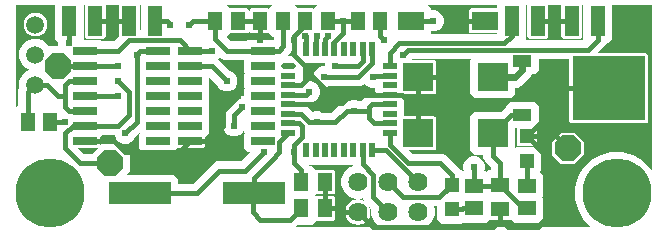
<source format=gtl>
G04 EAGLE Gerber RS-274X export*
G75*
%MOMM*%
%FSLAX34Y34*%
%LPD*%
%INTop Copper*%
%IPPOS*%
%AMOC8*
5,1,8,0,0,1.08239X$1,22.5*%
G01*
%ADD10R,1.600000X1.300000*%
%ADD11R,2.600000X2.400000*%
%ADD12R,1.300000X1.600000*%
%ADD13C,0.550000*%
%ADD14R,1.270000X0.550000*%
%ADD15R,0.550000X1.270000*%
%ADD16R,6.200000X5.400000*%
%ADD17R,1.600000X1.000000*%
%ADD18R,2.032000X0.660400*%
%ADD19C,1.625600*%
%ADD20C,1.500000*%
%ADD21R,1.200000X1.200000*%
%ADD22R,5.334000X1.930400*%
%ADD23R,1.300000X1.500000*%
%ADD24R,1.500000X1.300000*%
%ADD25R,2.300000X1.600000*%
%ADD26R,1.270000X2.540000*%
%ADD27C,5.842000*%
%ADD28P,2.336880X8X22.500000*%
%ADD29C,0.400000*%
%ADD30C,0.604800*%
%ADD31C,0.600000*%

G36*
X494031Y5997D02*
X494031Y5997D01*
X494033Y5997D01*
X494033Y5998D01*
X494034Y6000D01*
X494032Y6002D01*
X494031Y6004D01*
X492734Y6754D01*
X486179Y13309D01*
X481544Y21336D01*
X479145Y30290D01*
X479145Y39560D01*
X481544Y48514D01*
X486179Y56541D01*
X492734Y63096D01*
X500761Y67731D01*
X509715Y70130D01*
X518985Y70130D01*
X527939Y67731D01*
X535966Y63096D01*
X542521Y56541D01*
X543996Y53988D01*
X543998Y53987D01*
X543999Y53985D01*
X544000Y53986D01*
X544002Y53986D01*
X544003Y53988D01*
X544005Y53990D01*
X544005Y194000D01*
X544000Y194005D01*
X544000Y194004D01*
X544000Y194005D01*
X510825Y194005D01*
X510820Y194000D01*
X510821Y194000D01*
X510820Y194000D01*
X510820Y165792D01*
X507308Y162280D01*
X505964Y162280D01*
X505961Y162277D01*
X505960Y162277D01*
X505253Y160571D01*
X498051Y153369D01*
X498050Y153367D01*
X498049Y153366D01*
X498050Y153364D01*
X498050Y153362D01*
X498053Y153362D01*
X498054Y153360D01*
X507595Y153360D01*
X507595Y123830D01*
X474065Y123830D01*
X474065Y148401D01*
X474060Y148406D01*
X474060Y148405D01*
X474060Y148406D01*
X448600Y148406D01*
X448595Y148401D01*
X448596Y148401D01*
X448595Y148401D01*
X448595Y139142D01*
X445083Y135630D01*
X442809Y135630D01*
X442806Y135627D01*
X442804Y135627D01*
X442226Y134230D01*
X436296Y128300D01*
X436296Y128298D01*
X436295Y128298D01*
X436271Y128241D01*
X433734Y125704D01*
X430419Y124331D01*
X428575Y124331D01*
X428570Y124326D01*
X428571Y124326D01*
X428570Y124326D01*
X428570Y118867D01*
X425058Y115355D01*
X394092Y115355D01*
X390580Y118867D01*
X390580Y147833D01*
X391144Y148397D01*
X391144Y148399D01*
X391145Y148400D01*
X391144Y148402D01*
X391144Y148404D01*
X391142Y148404D01*
X391140Y148406D01*
X341486Y148406D01*
X341483Y148403D01*
X341482Y148403D01*
X341270Y147892D01*
X341270Y147891D01*
X341271Y147889D01*
X341272Y147886D01*
X341274Y147886D01*
X341275Y147885D01*
X346070Y147885D01*
X346070Y133350D01*
X346070Y118815D01*
X332571Y118815D01*
X332467Y118858D01*
X332463Y118857D01*
X332461Y118857D01*
X331908Y118304D01*
X331908Y118297D01*
X331908Y118296D01*
X334671Y115533D01*
X334671Y100265D01*
X334676Y100260D01*
X334676Y100261D01*
X334676Y100260D01*
X346070Y100260D01*
X346070Y85725D01*
X346070Y71190D01*
X338466Y71190D01*
X338465Y71189D01*
X338463Y71189D01*
X338463Y71187D01*
X338461Y71185D01*
X338463Y71184D01*
X338463Y71181D01*
X341322Y68322D01*
X341325Y68321D01*
X341326Y68320D01*
X366715Y68320D01*
X369654Y67103D01*
X381428Y55329D01*
X381876Y54248D01*
X381879Y54247D01*
X381880Y54245D01*
X383133Y54245D01*
X383671Y53707D01*
X383678Y53707D01*
X383679Y53707D01*
X383717Y53745D01*
X385341Y53745D01*
X385341Y53746D01*
X385342Y53745D01*
X385343Y53747D01*
X385346Y53750D01*
X385345Y53751D01*
X385345Y53752D01*
X384681Y55356D01*
X384681Y58944D01*
X386054Y62259D01*
X388591Y64796D01*
X391906Y66169D01*
X395494Y66169D01*
X398809Y64796D01*
X401346Y62259D01*
X402719Y58944D01*
X402719Y55356D01*
X402055Y53752D01*
X402055Y53751D01*
X402054Y53751D01*
X402056Y53749D01*
X402057Y53746D01*
X402058Y53746D01*
X402059Y53745D01*
X403683Y53745D01*
X404309Y53119D01*
X404311Y53119D01*
X404312Y53119D01*
X404313Y53119D01*
X404314Y53119D01*
X404316Y53119D01*
X404316Y53120D01*
X404316Y53119D01*
X405442Y54245D01*
X407925Y54245D01*
X407930Y54250D01*
X407929Y54250D01*
X407930Y54250D01*
X407930Y57011D01*
X407928Y57013D01*
X407928Y57015D01*
X402797Y62146D01*
X401580Y65085D01*
X401580Y67725D01*
X401575Y67730D01*
X401575Y67729D01*
X401575Y67730D01*
X394092Y67730D01*
X390580Y71242D01*
X390580Y100208D01*
X394092Y103720D01*
X416261Y103720D01*
X416263Y103722D01*
X416265Y103722D01*
X418096Y105553D01*
X420346Y107803D01*
X420602Y107909D01*
X420603Y107912D01*
X420605Y107913D01*
X420605Y108508D01*
X424117Y112020D01*
X445083Y112020D01*
X448595Y108508D01*
X448595Y93542D01*
X446160Y91107D01*
X446160Y91100D01*
X446299Y90961D01*
X446685Y90029D01*
X446685Y83530D01*
X438150Y83530D01*
X429615Y83530D01*
X429615Y90025D01*
X429610Y90030D01*
X429610Y90029D01*
X429610Y90030D01*
X428575Y90030D01*
X428570Y90025D01*
X428571Y90025D01*
X428570Y90025D01*
X428570Y73436D01*
X428571Y73434D01*
X428571Y73433D01*
X428573Y73432D01*
X428575Y73431D01*
X428576Y73431D01*
X428577Y73432D01*
X428579Y73432D01*
X429667Y74520D01*
X446633Y74520D01*
X450145Y71008D01*
X450145Y54042D01*
X448994Y52891D01*
X448994Y52884D01*
X448995Y52884D01*
X448994Y52884D01*
X451645Y50233D01*
X451645Y32267D01*
X451132Y31754D01*
X451132Y31747D01*
X451132Y31746D01*
X451645Y31233D01*
X451645Y13267D01*
X448133Y9755D01*
X428167Y9755D01*
X424981Y12940D01*
X424979Y12940D01*
X424978Y12942D01*
X424977Y12941D01*
X424976Y12941D01*
X424429Y12715D01*
X415930Y12715D01*
X415930Y21750D01*
X415926Y21755D01*
X415925Y21755D01*
X415925Y21754D01*
X415925Y21755D01*
X415920Y21750D01*
X415920Y12715D01*
X407421Y12715D01*
X406874Y12941D01*
X406873Y12941D01*
X406872Y12942D01*
X406870Y12940D01*
X406869Y12940D01*
X403683Y9755D01*
X383717Y9755D01*
X383679Y9793D01*
X383672Y9793D01*
X383671Y9793D01*
X383133Y9255D01*
X366167Y9255D01*
X362655Y12767D01*
X362655Y23750D01*
X362650Y23755D01*
X362650Y23754D01*
X362650Y23755D01*
X359420Y23755D01*
X359420Y23754D01*
X359419Y23755D01*
X359418Y23753D01*
X359416Y23750D01*
X359416Y23749D01*
X359416Y23748D01*
X360198Y21859D01*
X360198Y16241D01*
X358048Y11050D01*
X354075Y7077D01*
X351487Y6005D01*
X351486Y6002D01*
X351484Y6001D01*
X351484Y6000D01*
X351484Y5999D01*
X351487Y5997D01*
X351489Y5995D01*
X494029Y5995D01*
X494031Y5997D01*
G37*
G36*
X155438Y42922D02*
X155438Y42922D01*
X155440Y42922D01*
X173271Y60753D01*
X176210Y61970D01*
X196711Y61970D01*
X196713Y61972D01*
X196715Y61972D01*
X204812Y70069D01*
X204813Y70071D01*
X204813Y70072D01*
X204814Y70072D01*
X204813Y70074D01*
X204813Y70076D01*
X204810Y70076D01*
X204809Y70078D01*
X202241Y70078D01*
X198729Y73590D01*
X198729Y85160D01*
X199290Y85721D01*
X199290Y85723D01*
X199290Y85728D01*
X199290Y85729D01*
X198729Y86290D01*
X198729Y88348D01*
X198727Y88350D01*
X198726Y88352D01*
X198725Y88352D01*
X198724Y88353D01*
X198724Y88352D01*
X198722Y88351D01*
X198719Y88350D01*
X198146Y86966D01*
X195609Y84429D01*
X192294Y83056D01*
X188706Y83056D01*
X185391Y84429D01*
X182854Y86966D01*
X181481Y90281D01*
X181481Y93869D01*
X182504Y96340D01*
X182504Y96341D01*
X182505Y96341D01*
X182504Y96342D01*
X182505Y96342D01*
X182505Y103190D01*
X183722Y106129D01*
X188179Y110586D01*
X188179Y110587D01*
X188180Y110588D01*
X189204Y113059D01*
X191741Y115596D01*
X195056Y116969D01*
X198644Y116969D01*
X198722Y116937D01*
X198723Y116937D01*
X198725Y116938D01*
X198728Y116939D01*
X198728Y116940D01*
X198729Y116942D01*
X198729Y123260D01*
X199290Y123821D01*
X199290Y123823D01*
X199291Y123823D01*
X199290Y123824D01*
X199290Y123828D01*
X199290Y123829D01*
X198729Y124390D01*
X198729Y135960D01*
X199290Y136521D01*
X199290Y136523D01*
X199291Y136524D01*
X199290Y136524D01*
X199290Y136528D01*
X199290Y136529D01*
X198729Y137090D01*
X198729Y147575D01*
X198724Y147580D01*
X198724Y147579D01*
X198724Y147580D01*
X182560Y147580D01*
X179621Y148797D01*
X178528Y149891D01*
X178521Y149891D01*
X178521Y149890D01*
X178521Y149891D01*
X177134Y148504D01*
X177134Y148498D01*
X177135Y148498D01*
X177134Y148497D01*
X186786Y138846D01*
X186787Y138846D01*
X186788Y138845D01*
X189259Y137821D01*
X191796Y135284D01*
X193169Y131969D01*
X193169Y128381D01*
X191796Y125066D01*
X189259Y122529D01*
X185944Y121156D01*
X182356Y121156D01*
X179041Y122529D01*
X176504Y125066D01*
X175480Y127537D01*
X175479Y127538D01*
X175479Y127539D01*
X169580Y133438D01*
X169578Y133439D01*
X169577Y133440D01*
X169575Y133439D01*
X169573Y133439D01*
X169573Y133436D01*
X169571Y133435D01*
X169571Y124390D01*
X169010Y123829D01*
X169010Y123825D01*
X169009Y123825D01*
X169010Y123824D01*
X169010Y123822D01*
X169010Y123821D01*
X169571Y123260D01*
X169571Y111690D01*
X169010Y111129D01*
X169010Y111125D01*
X169010Y111124D01*
X169010Y111122D01*
X169010Y111121D01*
X169571Y110560D01*
X169571Y98990D01*
X169010Y98429D01*
X169010Y98422D01*
X169010Y98421D01*
X169571Y97860D01*
X169571Y86290D01*
X166113Y82831D01*
X166112Y82829D01*
X166111Y82828D01*
X166111Y79380D01*
X153416Y79380D01*
X153411Y79376D01*
X153411Y79375D01*
X153411Y73538D01*
X142752Y73538D01*
X142146Y73789D01*
X142145Y73788D01*
X142145Y73789D01*
X142144Y73789D01*
X142143Y73788D01*
X142140Y73787D01*
X142140Y73785D01*
X142139Y73784D01*
X142139Y73590D01*
X138627Y70078D01*
X113341Y70078D01*
X109829Y73590D01*
X109829Y85160D01*
X110390Y85721D01*
X110390Y85723D01*
X110390Y85728D01*
X110390Y85729D01*
X110066Y86052D01*
X110060Y86053D01*
X110060Y86052D01*
X110059Y86052D01*
X107096Y83089D01*
X107096Y83088D01*
X107095Y83087D01*
X106071Y80616D01*
X103534Y78079D01*
X100219Y76706D01*
X96631Y76706D01*
X93316Y78079D01*
X90779Y80616D01*
X89406Y83931D01*
X89406Y84075D01*
X89401Y84080D01*
X89401Y84079D01*
X89401Y84080D01*
X78463Y84080D01*
X78462Y84078D01*
X78460Y84078D01*
X77213Y82831D01*
X77212Y82829D01*
X77211Y82828D01*
X77211Y79380D01*
X64516Y79380D01*
X64511Y79376D01*
X64511Y79375D01*
X64511Y73538D01*
X58431Y73538D01*
X58430Y73537D01*
X58428Y73537D01*
X58428Y73535D01*
X58426Y73533D01*
X58428Y73532D01*
X58428Y73529D01*
X63635Y68322D01*
X63638Y68321D01*
X63639Y68320D01*
X69973Y68320D01*
X69975Y68322D01*
X69977Y68322D01*
X75184Y73529D01*
X75185Y73531D01*
X75186Y73532D01*
X75185Y73534D01*
X75185Y73536D01*
X75182Y73536D01*
X75181Y73538D01*
X64521Y73538D01*
X64521Y79370D01*
X77211Y79370D01*
X77211Y75568D01*
X77212Y75567D01*
X77212Y75565D01*
X77214Y75565D01*
X77216Y75563D01*
X77217Y75565D01*
X77220Y75565D01*
X78770Y77115D01*
X92680Y77115D01*
X102515Y67280D01*
X102515Y53370D01*
X99726Y50581D01*
X99725Y50579D01*
X99724Y50578D01*
X99725Y50576D01*
X99725Y50574D01*
X99728Y50574D01*
X99729Y50572D01*
X139643Y50572D01*
X143155Y47060D01*
X143155Y42925D01*
X143160Y42920D01*
X143160Y42921D01*
X143160Y42920D01*
X155436Y42920D01*
X155438Y42922D01*
G37*
G36*
X315263Y5997D02*
X315263Y5997D01*
X315266Y5998D01*
X315265Y5999D01*
X315266Y6000D01*
X315264Y6002D01*
X315263Y6005D01*
X312675Y7077D01*
X308702Y11050D01*
X306552Y16241D01*
X306552Y21859D01*
X306553Y21861D01*
X306551Y21865D01*
X306552Y21867D01*
X305057Y23361D01*
X305054Y23362D01*
X305051Y23363D01*
X305051Y23362D01*
X305050Y23362D01*
X305050Y23359D01*
X305049Y23356D01*
X305157Y23143D01*
X305676Y21547D01*
X305938Y19889D01*
X305938Y19055D01*
X295280Y19055D01*
X295280Y29713D01*
X296114Y29713D01*
X297772Y29451D01*
X299368Y28932D01*
X300776Y28215D01*
X300778Y28215D01*
X300780Y28214D01*
X300780Y28216D01*
X300782Y28216D01*
X300782Y28219D01*
X300783Y28220D01*
X300782Y28220D01*
X300783Y28221D01*
X299980Y30160D01*
X299980Y31105D01*
X299979Y31105D01*
X299980Y31106D01*
X299978Y31107D01*
X299975Y31109D01*
X299974Y31108D01*
X299973Y31109D01*
X298084Y30327D01*
X292466Y30327D01*
X287275Y32477D01*
X283302Y36450D01*
X281152Y41641D01*
X281152Y47259D01*
X283302Y52450D01*
X287275Y56423D01*
X291402Y58132D01*
X291403Y58135D01*
X291405Y58137D01*
X291405Y59024D01*
X291400Y59029D01*
X291400Y59028D01*
X291400Y59029D01*
X253915Y59029D01*
X253914Y59028D01*
X253912Y59028D01*
X253912Y59026D01*
X253910Y59024D01*
X253912Y59023D01*
X253912Y59020D01*
X253953Y58979D01*
X254173Y58448D01*
X254176Y58447D01*
X254177Y58445D01*
X256158Y58445D01*
X259670Y54933D01*
X259670Y54785D01*
X259671Y54785D01*
X259670Y54784D01*
X259672Y54783D01*
X259675Y54780D01*
X259676Y54781D01*
X259677Y54781D01*
X260171Y54985D01*
X267170Y54985D01*
X267170Y44450D01*
X267170Y33915D01*
X260171Y33915D01*
X259677Y34119D01*
X259676Y34119D01*
X259676Y34120D01*
X259674Y34118D01*
X259671Y34117D01*
X259671Y34116D01*
X259670Y34115D01*
X259670Y33967D01*
X259044Y33341D01*
X259044Y33339D01*
X259044Y33338D01*
X259044Y33334D01*
X259045Y33334D01*
X259044Y33334D01*
X259670Y32708D01*
X259670Y32560D01*
X259671Y32560D01*
X259670Y32559D01*
X259672Y32558D01*
X259675Y32555D01*
X259676Y32556D01*
X259677Y32556D01*
X260171Y32760D01*
X267170Y32760D01*
X267170Y22225D01*
X267170Y11690D01*
X260171Y11690D01*
X259677Y11894D01*
X259676Y11894D01*
X259676Y11895D01*
X259674Y11893D01*
X259671Y11892D01*
X259671Y11891D01*
X259670Y11890D01*
X259670Y11742D01*
X256158Y8230D01*
X244489Y8230D01*
X244487Y8228D01*
X244485Y8228D01*
X242261Y6004D01*
X242260Y6002D01*
X242259Y6001D01*
X242260Y5999D01*
X242260Y5997D01*
X242263Y5997D01*
X242264Y5995D01*
X315261Y5995D01*
X315263Y5997D01*
G37*
G36*
X6001Y107832D02*
X6001Y107832D01*
X6004Y107832D01*
X6917Y108745D01*
X7900Y108745D01*
X7905Y108750D01*
X7904Y108750D01*
X7905Y108750D01*
X7905Y122265D01*
X8741Y124284D01*
X8741Y124285D01*
X8741Y124286D01*
X8740Y124287D01*
X8741Y124288D01*
X8730Y124316D01*
X8730Y129684D01*
X10784Y134644D01*
X14581Y138441D01*
X17610Y139695D01*
X17611Y139697D01*
X17612Y139698D01*
X17612Y139699D01*
X17613Y139701D01*
X17611Y139702D01*
X17610Y139705D01*
X14581Y140959D01*
X10784Y144756D01*
X8730Y149716D01*
X8730Y155084D01*
X10784Y160044D01*
X14581Y163841D01*
X19541Y165895D01*
X24909Y165895D01*
X29869Y163841D01*
X33666Y160044D01*
X33966Y159320D01*
X33966Y159319D01*
X33968Y159319D01*
X33972Y159317D01*
X33972Y159319D01*
X33974Y159319D01*
X34320Y159665D01*
X41966Y159665D01*
X41967Y159666D01*
X41968Y159665D01*
X41968Y159667D01*
X41971Y159670D01*
X41970Y159671D01*
X41971Y159672D01*
X41781Y160131D01*
X41781Y162464D01*
X41779Y162465D01*
X41779Y162467D01*
X38455Y165792D01*
X38455Y194000D01*
X38450Y194005D01*
X38450Y194004D01*
X38450Y194005D01*
X6000Y194005D01*
X5995Y194000D01*
X5996Y194000D01*
X5995Y194000D01*
X5995Y107836D01*
X5996Y107834D01*
X5996Y107833D01*
X5998Y107832D01*
X6000Y107831D01*
X6001Y107832D01*
G37*
%LPC*%
G36*
X507605Y123830D02*
X507605Y123830D01*
X507605Y153360D01*
X539104Y153360D01*
X540036Y152974D01*
X540749Y152261D01*
X541135Y151329D01*
X541135Y123830D01*
X507605Y123830D01*
G37*
%LPD*%
%LPC*%
G36*
X507605Y94290D02*
X507605Y94290D01*
X507605Y123820D01*
X541135Y123820D01*
X541135Y96321D01*
X540749Y95389D01*
X540036Y94676D01*
X539104Y94290D01*
X507605Y94290D01*
G37*
%LPD*%
%LPC*%
G36*
X476096Y94290D02*
X476096Y94290D01*
X475164Y94676D01*
X474451Y95389D01*
X474065Y96321D01*
X474065Y123820D01*
X507595Y123820D01*
X507595Y94290D01*
X476096Y94290D01*
G37*
%LPD*%
G36*
X413105Y169925D02*
X413105Y169925D01*
X413104Y169925D01*
X413105Y169925D01*
X413105Y170435D01*
X413100Y170440D01*
X413100Y170439D01*
X413100Y170440D01*
X402980Y170440D01*
X402980Y180975D01*
X402980Y191510D01*
X413100Y191510D01*
X413105Y191515D01*
X413104Y191515D01*
X413105Y191515D01*
X413105Y194000D01*
X413100Y194005D01*
X413100Y194004D01*
X413100Y194005D01*
X354936Y194005D01*
X354934Y194004D01*
X354933Y194004D01*
X354932Y194002D01*
X354931Y194000D01*
X354932Y193999D01*
X354932Y193996D01*
X357470Y191458D01*
X357470Y189999D01*
X357475Y189994D01*
X357475Y189995D01*
X357475Y189994D01*
X360569Y189994D01*
X363884Y188621D01*
X366421Y186084D01*
X367794Y182769D01*
X367794Y179181D01*
X366421Y175866D01*
X363884Y173329D01*
X360569Y171956D01*
X357475Y171956D01*
X357470Y171951D01*
X357471Y171951D01*
X357470Y171951D01*
X357470Y170492D01*
X356907Y169929D01*
X356907Y169927D01*
X356906Y169926D01*
X356907Y169924D01*
X356907Y169922D01*
X356909Y169922D01*
X356911Y169920D01*
X413100Y169920D01*
X413105Y169925D01*
G37*
G36*
X486464Y164398D02*
X486464Y164398D01*
X486466Y164398D01*
X486991Y164923D01*
X486991Y164925D01*
X486992Y164925D01*
X486991Y164925D01*
X486992Y164930D01*
X486991Y164930D01*
X486130Y165792D01*
X486130Y194000D01*
X486125Y194005D01*
X486125Y194004D01*
X486125Y194005D01*
X485140Y194005D01*
X485135Y194000D01*
X485136Y194000D01*
X485135Y194000D01*
X485135Y180980D01*
X476250Y180980D01*
X467365Y180980D01*
X467365Y194000D01*
X467360Y194005D01*
X467360Y194004D01*
X467360Y194005D01*
X456565Y194005D01*
X456560Y194000D01*
X456561Y194000D01*
X456560Y194000D01*
X456560Y180980D01*
X447675Y180980D01*
X438790Y180980D01*
X438790Y194000D01*
X438785Y194005D01*
X438785Y194004D01*
X438785Y194005D01*
X437800Y194005D01*
X437795Y194000D01*
X437796Y194000D01*
X437795Y194000D01*
X437795Y165792D01*
X436408Y164405D01*
X436408Y164403D01*
X436407Y164402D01*
X436408Y164400D01*
X436408Y164398D01*
X436410Y164398D01*
X436412Y164396D01*
X486462Y164396D01*
X486464Y164398D01*
G37*
G36*
X272913Y103247D02*
X272913Y103247D01*
X272915Y103247D01*
X278971Y109303D01*
X281221Y111553D01*
X284160Y112770D01*
X287833Y112770D01*
X287834Y112771D01*
X287835Y112771D01*
X290306Y113794D01*
X293894Y113794D01*
X296365Y112771D01*
X296367Y112771D01*
X296367Y112770D01*
X298311Y112770D01*
X298313Y112772D01*
X298315Y112772D01*
X302621Y117078D01*
X305560Y118295D01*
X312740Y118295D01*
X312742Y118296D01*
X312743Y118296D01*
X312744Y118298D01*
X312745Y118300D01*
X312744Y118301D01*
X312744Y118304D01*
X309981Y121067D01*
X309981Y124411D01*
X309980Y124412D01*
X309981Y124412D01*
X309979Y124413D01*
X309976Y124416D01*
X309976Y124415D01*
X309974Y124415D01*
X309974Y124416D01*
X309769Y124331D01*
X306181Y124331D01*
X302866Y125704D01*
X300904Y127666D01*
X300898Y127666D01*
X300898Y127665D01*
X300897Y127666D01*
X299804Y126572D01*
X296865Y125355D01*
X270967Y125355D01*
X270966Y125355D01*
X270966Y125354D01*
X270965Y125354D01*
X268494Y124331D01*
X264906Y124331D01*
X261696Y125660D01*
X261695Y125660D01*
X261693Y125661D01*
X261692Y125659D01*
X261690Y125658D01*
X261691Y125656D01*
X261690Y125654D01*
X263019Y122444D01*
X263019Y118856D01*
X261646Y115541D01*
X259109Y113004D01*
X256638Y111980D01*
X256637Y111979D01*
X256636Y111979D01*
X256179Y111522D01*
X253240Y110305D01*
X248542Y110305D01*
X248540Y110303D01*
X248538Y110302D01*
X248538Y110301D01*
X248537Y110300D01*
X248539Y110298D01*
X248540Y110295D01*
X251479Y109078D01*
X256950Y103607D01*
X256952Y103607D01*
X256953Y103606D01*
X256955Y103606D01*
X258556Y104269D01*
X262144Y104269D01*
X264615Y103246D01*
X264616Y103246D01*
X264617Y103245D01*
X272911Y103245D01*
X272913Y103247D01*
G37*
G36*
X200938Y163572D02*
X200938Y163572D01*
X200940Y163572D01*
X202241Y164872D01*
X224250Y164872D01*
X224255Y164877D01*
X224254Y164877D01*
X224255Y164877D01*
X224255Y166975D01*
X224250Y166980D01*
X224250Y166979D01*
X224250Y166980D01*
X223267Y166980D01*
X219755Y170492D01*
X219755Y170640D01*
X219754Y170640D01*
X219755Y170641D01*
X219753Y170642D01*
X219750Y170645D01*
X219750Y170644D01*
X219750Y170645D01*
X219749Y170644D01*
X219748Y170644D01*
X219254Y170440D01*
X212255Y170440D01*
X212255Y180975D01*
X212255Y191510D01*
X219254Y191510D01*
X219748Y191306D01*
X219749Y191306D01*
X219749Y191305D01*
X219751Y191307D01*
X219754Y191308D01*
X219754Y191309D01*
X219755Y191310D01*
X219755Y191458D01*
X222293Y193996D01*
X222293Y193998D01*
X222294Y193999D01*
X222293Y194001D01*
X222293Y194003D01*
X222291Y194003D01*
X222289Y194005D01*
X184111Y194005D01*
X184109Y194004D01*
X184108Y194004D01*
X184107Y194002D01*
X184106Y194000D01*
X184107Y193999D01*
X184107Y193996D01*
X186645Y191458D01*
X186645Y191310D01*
X186646Y191310D01*
X186645Y191309D01*
X186647Y191308D01*
X186650Y191305D01*
X186651Y191306D01*
X186652Y191306D01*
X187146Y191510D01*
X194145Y191510D01*
X194145Y180975D01*
X194145Y170440D01*
X187146Y170440D01*
X186652Y170644D01*
X186651Y170644D01*
X186651Y170645D01*
X186650Y170644D01*
X186650Y170645D01*
X186648Y170643D01*
X186646Y170642D01*
X186646Y170641D01*
X186645Y170640D01*
X186646Y170640D01*
X186645Y170640D01*
X186645Y170492D01*
X183596Y167443D01*
X183596Y167441D01*
X183595Y167440D01*
X183596Y167440D01*
X183596Y167436D01*
X187460Y163572D01*
X187463Y163571D01*
X187464Y163570D01*
X200937Y163570D01*
X200938Y163572D01*
G37*
G36*
X88763Y163572D02*
X88763Y163572D01*
X88765Y163572D01*
X92785Y167592D01*
X92786Y167596D01*
X92786Y167598D01*
X92715Y167771D01*
X92715Y180970D01*
X101600Y180970D01*
X110485Y180970D01*
X110485Y172751D01*
X110490Y172746D01*
X110490Y172747D01*
X110490Y172746D01*
X111475Y172746D01*
X111480Y172751D01*
X111480Y194000D01*
X111475Y194005D01*
X111475Y194004D01*
X111475Y194005D01*
X110490Y194005D01*
X110485Y194000D01*
X110486Y194000D01*
X110485Y194000D01*
X110485Y180980D01*
X101600Y180980D01*
X92715Y180980D01*
X92715Y194000D01*
X92710Y194005D01*
X92710Y194004D01*
X92710Y194005D01*
X81915Y194005D01*
X81910Y194000D01*
X81911Y194000D01*
X81910Y194000D01*
X81910Y180980D01*
X73025Y180980D01*
X64140Y180980D01*
X64140Y194000D01*
X64135Y194005D01*
X64135Y194004D01*
X64135Y194005D01*
X63150Y194005D01*
X63145Y194000D01*
X63146Y194000D01*
X63145Y194000D01*
X63145Y165792D01*
X62234Y164881D01*
X62234Y164879D01*
X62233Y164878D01*
X62234Y164876D01*
X62234Y164874D01*
X62236Y164874D01*
X62238Y164872D01*
X77159Y164872D01*
X78460Y163572D01*
X78462Y163571D01*
X78463Y163570D01*
X88761Y163570D01*
X88763Y163572D01*
G37*
%LPC*%
G36*
X346080Y85730D02*
X346080Y85730D01*
X346080Y100260D01*
X359579Y100260D01*
X360511Y99874D01*
X361224Y99161D01*
X361610Y98229D01*
X361610Y85730D01*
X346080Y85730D01*
G37*
%LPD*%
%LPC*%
G36*
X346080Y133355D02*
X346080Y133355D01*
X346080Y147885D01*
X359579Y147885D01*
X360511Y147499D01*
X361224Y146786D01*
X361610Y145854D01*
X361610Y133355D01*
X346080Y133355D01*
G37*
%LPD*%
%LPC*%
G36*
X346080Y71190D02*
X346080Y71190D01*
X346080Y85720D01*
X361610Y85720D01*
X361610Y73221D01*
X361224Y72289D01*
X360511Y71576D01*
X359579Y71190D01*
X346080Y71190D01*
G37*
%LPD*%
%LPC*%
G36*
X346080Y118815D02*
X346080Y118815D01*
X346080Y133345D01*
X361610Y133345D01*
X361610Y120846D01*
X361224Y119914D01*
X360511Y119201D01*
X359579Y118815D01*
X346080Y118815D01*
G37*
%LPD*%
G36*
X246890Y126297D02*
X246890Y126297D01*
X246892Y126297D01*
X248891Y128296D01*
X252206Y129669D01*
X255794Y129669D01*
X259004Y128340D01*
X259005Y128340D01*
X259007Y128339D01*
X259008Y128341D01*
X259010Y128342D01*
X259009Y128344D01*
X259010Y128345D01*
X259010Y128346D01*
X257681Y131556D01*
X257681Y135144D01*
X259054Y138459D01*
X261591Y140996D01*
X264906Y142369D01*
X267201Y142369D01*
X267206Y142374D01*
X267205Y142374D01*
X267206Y142374D01*
X267206Y144669D01*
X267291Y144874D01*
X267290Y144875D01*
X267291Y144875D01*
X267290Y144877D01*
X267289Y144880D01*
X267287Y144880D01*
X267286Y144881D01*
X248478Y144881D01*
X248478Y144880D01*
X248477Y144881D01*
X248476Y144879D01*
X248473Y144876D01*
X248474Y144875D01*
X248474Y144874D01*
X248819Y144040D01*
X248819Y140560D01*
X248520Y139837D01*
X248521Y139834D01*
X248521Y139832D01*
X248819Y139533D01*
X248819Y129067D01*
X246056Y126304D01*
X246056Y126302D01*
X246055Y126301D01*
X246056Y126299D01*
X246056Y126297D01*
X246058Y126297D01*
X246060Y126295D01*
X246888Y126295D01*
X246890Y126297D01*
G37*
%LPC*%
G36*
X473080Y73030D02*
X473080Y73030D01*
X473080Y86355D01*
X478597Y86355D01*
X486405Y78547D01*
X486405Y73030D01*
X473080Y73030D01*
G37*
%LPD*%
%LPC*%
G36*
X473080Y59695D02*
X473080Y59695D01*
X473080Y73020D01*
X486405Y73020D01*
X486405Y67503D01*
X478597Y59695D01*
X473080Y59695D01*
G37*
%LPD*%
%LPC*%
G36*
X459745Y73030D02*
X459745Y73030D01*
X459745Y78547D01*
X467553Y86355D01*
X473070Y86355D01*
X473070Y73030D01*
X459745Y73030D01*
G37*
%LPD*%
%LPC*%
G36*
X467553Y59695D02*
X467553Y59695D01*
X459745Y67503D01*
X459745Y73020D01*
X473070Y73020D01*
X473070Y59695D01*
X467553Y59695D01*
G37*
%LPD*%
%LPC*%
G36*
X388940Y180980D02*
X388940Y180980D01*
X388940Y189479D01*
X389326Y190411D01*
X390039Y191124D01*
X390971Y191510D01*
X402970Y191510D01*
X402970Y180980D01*
X388940Y180980D01*
G37*
%LPD*%
%LPC*%
G36*
X390971Y170440D02*
X390971Y170440D01*
X390039Y170826D01*
X389326Y171539D01*
X388940Y172471D01*
X388940Y180970D01*
X402970Y180970D01*
X402970Y170440D01*
X390971Y170440D01*
G37*
%LPD*%
%LPC*%
G36*
X447680Y165740D02*
X447680Y165740D01*
X447680Y180970D01*
X456560Y180970D01*
X456560Y167771D01*
X456174Y166839D01*
X455461Y166126D01*
X454529Y165740D01*
X447680Y165740D01*
G37*
%LPD*%
%LPC*%
G36*
X73030Y165740D02*
X73030Y165740D01*
X73030Y180970D01*
X81910Y180970D01*
X81910Y167771D01*
X81524Y166839D01*
X80811Y166126D01*
X79879Y165740D01*
X73030Y165740D01*
G37*
%LPD*%
%LPC*%
G36*
X476255Y165740D02*
X476255Y165740D01*
X476255Y180970D01*
X485135Y180970D01*
X485135Y167771D01*
X484749Y166839D01*
X484036Y166126D01*
X483104Y165740D01*
X476255Y165740D01*
G37*
%LPD*%
%LPC*%
G36*
X66171Y165740D02*
X66171Y165740D01*
X65239Y166126D01*
X64526Y166839D01*
X64140Y167771D01*
X64140Y180970D01*
X73020Y180970D01*
X73020Y165740D01*
X66171Y165740D01*
G37*
%LPD*%
%LPC*%
G36*
X469396Y165740D02*
X469396Y165740D01*
X468464Y166126D01*
X467751Y166839D01*
X467365Y167771D01*
X467365Y180970D01*
X476245Y180970D01*
X476245Y165740D01*
X469396Y165740D01*
G37*
%LPD*%
%LPC*%
G36*
X440821Y165740D02*
X440821Y165740D01*
X439889Y166126D01*
X439176Y166839D01*
X438790Y167771D01*
X438790Y180970D01*
X447670Y180970D01*
X447670Y165740D01*
X440821Y165740D01*
G37*
%LPD*%
%LPC*%
G36*
X267180Y22230D02*
X267180Y22230D01*
X267180Y32760D01*
X274179Y32760D01*
X275111Y32374D01*
X275824Y31661D01*
X276210Y30729D01*
X276210Y22230D01*
X267180Y22230D01*
G37*
%LPD*%
%LPC*%
G36*
X194155Y180980D02*
X194155Y180980D01*
X194155Y191510D01*
X201154Y191510D01*
X202086Y191124D01*
X202799Y190411D01*
X203185Y189479D01*
X203185Y180980D01*
X194155Y180980D01*
G37*
%LPD*%
%LPC*%
G36*
X267180Y44455D02*
X267180Y44455D01*
X267180Y54985D01*
X274179Y54985D01*
X275111Y54599D01*
X275824Y53886D01*
X276210Y52954D01*
X276210Y44455D01*
X267180Y44455D01*
G37*
%LPD*%
%LPC*%
G36*
X267180Y33915D02*
X267180Y33915D01*
X267180Y44445D01*
X276210Y44445D01*
X276210Y35946D01*
X275824Y35014D01*
X275111Y34301D01*
X274179Y33915D01*
X267180Y33915D01*
G37*
%LPD*%
%LPC*%
G36*
X194155Y170440D02*
X194155Y170440D01*
X194155Y180970D01*
X203185Y180970D01*
X203185Y172471D01*
X202799Y171539D01*
X202086Y170826D01*
X201154Y170440D01*
X194155Y170440D01*
G37*
%LPD*%
%LPC*%
G36*
X267180Y11690D02*
X267180Y11690D01*
X267180Y22220D01*
X276210Y22220D01*
X276210Y13721D01*
X275824Y12789D01*
X275111Y12076D01*
X274179Y11690D01*
X267180Y11690D01*
G37*
%LPD*%
%LPC*%
G36*
X203215Y180980D02*
X203215Y180980D01*
X203215Y189479D01*
X203601Y190411D01*
X204314Y191124D01*
X205246Y191510D01*
X212245Y191510D01*
X212245Y180980D01*
X203215Y180980D01*
G37*
%LPD*%
%LPC*%
G36*
X205246Y170440D02*
X205246Y170440D01*
X204314Y170826D01*
X203601Y171539D01*
X203215Y172471D01*
X203215Y180970D01*
X212245Y180970D01*
X212245Y170440D01*
X205246Y170440D01*
G37*
%LPD*%
%LPC*%
G36*
X284612Y19055D02*
X284612Y19055D01*
X284612Y19889D01*
X284874Y21547D01*
X285393Y23143D01*
X286155Y24639D01*
X287142Y25997D01*
X288328Y27183D01*
X289686Y28170D01*
X291182Y28932D01*
X292778Y29451D01*
X294436Y29713D01*
X295270Y29713D01*
X295270Y19055D01*
X284612Y19055D01*
G37*
%LPD*%
%LPC*%
G36*
X294436Y8387D02*
X294436Y8387D01*
X292778Y8649D01*
X291182Y9168D01*
X289686Y9930D01*
X288328Y10917D01*
X287142Y12103D01*
X286155Y13461D01*
X285393Y14957D01*
X284874Y16553D01*
X284612Y18211D01*
X284612Y19045D01*
X295270Y19045D01*
X295270Y8387D01*
X294436Y8387D01*
G37*
%LPD*%
%LPC*%
G36*
X295280Y8387D02*
X295280Y8387D01*
X295280Y19045D01*
X305938Y19045D01*
X305938Y18211D01*
X305676Y16553D01*
X305157Y14957D01*
X304395Y13461D01*
X303408Y12103D01*
X302222Y10917D01*
X300864Y9930D01*
X299368Y9168D01*
X297772Y8649D01*
X296114Y8387D01*
X295280Y8387D01*
G37*
%LPD*%
%LPC*%
G36*
X12190Y177805D02*
X12190Y177805D01*
X12190Y178788D01*
X12192Y178798D01*
X12195Y178813D01*
X12198Y178828D01*
X12200Y178837D01*
X12203Y178852D01*
X12205Y178867D01*
X12206Y178867D01*
X12205Y178867D01*
X12210Y178892D01*
X12213Y178907D01*
X12218Y178932D01*
X12221Y178947D01*
X12226Y178972D01*
X12229Y178987D01*
X12232Y179001D01*
X12234Y179011D01*
X12237Y179026D01*
X12240Y179041D01*
X12242Y179051D01*
X12245Y179066D01*
X12248Y179081D01*
X12253Y179106D01*
X12256Y179121D01*
X12261Y179146D01*
X12264Y179160D01*
X12269Y179185D01*
X12272Y179200D01*
X12275Y179215D01*
X12277Y179225D01*
X12280Y179240D01*
X12283Y179255D01*
X12285Y179265D01*
X12288Y179280D01*
X12290Y179295D01*
X12291Y179295D01*
X12290Y179295D01*
X12295Y179319D01*
X12298Y179334D01*
X12303Y179359D01*
X12306Y179374D01*
X12311Y179399D01*
X12314Y179414D01*
X12317Y179429D01*
X12319Y179439D01*
X12322Y179454D01*
X12325Y179468D01*
X12325Y179469D01*
X12327Y179478D01*
X12330Y179493D01*
X12333Y179508D01*
X12335Y179518D01*
X12338Y179533D01*
X12341Y179548D01*
X12346Y179573D01*
X12349Y179588D01*
X12354Y179613D01*
X12357Y179627D01*
X12357Y179628D01*
X12360Y179642D01*
X12362Y179652D01*
X12365Y179667D01*
X12368Y179682D01*
X12370Y179692D01*
X12373Y179707D01*
X12375Y179722D01*
X12376Y179722D01*
X12375Y179722D01*
X12377Y179732D01*
X12380Y179747D01*
X12383Y179762D01*
X12388Y179786D01*
X12388Y179787D01*
X12391Y179801D01*
X12396Y179826D01*
X12399Y179841D01*
X12402Y179856D01*
X12404Y179866D01*
X12407Y179881D01*
X12410Y179896D01*
X12412Y179906D01*
X12415Y179921D01*
X12418Y179936D01*
X12420Y179945D01*
X12420Y179946D01*
X12423Y179960D01*
X12426Y179975D01*
X12431Y180000D01*
X12434Y180015D01*
X12439Y180040D01*
X12442Y180055D01*
X12445Y180070D01*
X12447Y180080D01*
X12450Y180095D01*
X12453Y180109D01*
X12453Y180110D01*
X12455Y180119D01*
X12458Y180134D01*
X12460Y180149D01*
X12461Y180149D01*
X12460Y180149D01*
X12462Y180159D01*
X12465Y180174D01*
X12468Y180189D01*
X12473Y180214D01*
X12476Y180229D01*
X12481Y180254D01*
X12484Y180268D01*
X12484Y180269D01*
X12487Y180283D01*
X12489Y180293D01*
X12492Y180308D01*
X12495Y180323D01*
X12497Y180333D01*
X12500Y180348D01*
X12503Y180363D01*
X12505Y180373D01*
X12508Y180388D01*
X12511Y180403D01*
X12516Y180427D01*
X12516Y180428D01*
X12519Y180442D01*
X12524Y180467D01*
X12527Y180482D01*
X12530Y180497D01*
X12532Y180507D01*
X12535Y180522D01*
X12538Y180537D01*
X12540Y180547D01*
X12543Y180562D01*
X12545Y180577D01*
X12546Y180577D01*
X12545Y180577D01*
X12547Y180586D01*
X12550Y180601D01*
X12553Y180616D01*
X12558Y180641D01*
X12561Y180656D01*
X12566Y180681D01*
X12569Y180696D01*
X12574Y180721D01*
X12575Y180727D01*
X13332Y182553D01*
X14430Y184197D01*
X15828Y185595D01*
X17472Y186693D01*
X19298Y187450D01*
X21237Y187835D01*
X22220Y187835D01*
X22220Y177805D01*
X12190Y177805D01*
G37*
%LPD*%
%LPC*%
G36*
X22230Y177805D02*
X22230Y177805D01*
X22230Y187835D01*
X23213Y187835D01*
X25152Y187450D01*
X26978Y186693D01*
X28622Y185595D01*
X30020Y184197D01*
X31118Y182553D01*
X31875Y180727D01*
X32260Y178788D01*
X32260Y177805D01*
X22230Y177805D01*
G37*
%LPD*%
%LPC*%
G36*
X22230Y167765D02*
X22230Y167765D01*
X22230Y177795D01*
X32260Y177795D01*
X32260Y176812D01*
X32259Y176807D01*
X32259Y176806D01*
X32256Y176792D01*
X32251Y176767D01*
X32248Y176752D01*
X32245Y176737D01*
X32243Y176727D01*
X32240Y176712D01*
X32237Y176697D01*
X32235Y176687D01*
X32233Y176672D01*
X32232Y176672D01*
X32233Y176672D01*
X32230Y176657D01*
X32228Y176648D01*
X32225Y176633D01*
X32222Y176618D01*
X32217Y176593D01*
X32214Y176578D01*
X32209Y176553D01*
X32206Y176538D01*
X32203Y176523D01*
X32201Y176513D01*
X32198Y176498D01*
X32195Y176484D01*
X32193Y176474D01*
X32190Y176459D01*
X32187Y176444D01*
X32185Y176434D01*
X32182Y176419D01*
X32179Y176404D01*
X32174Y176379D01*
X32171Y176364D01*
X32166Y176339D01*
X32163Y176325D01*
X32160Y176310D01*
X32158Y176300D01*
X32155Y176285D01*
X32152Y176270D01*
X32150Y176260D01*
X32148Y176245D01*
X32147Y176245D01*
X32148Y176245D01*
X32145Y176230D01*
X32143Y176220D01*
X32140Y176205D01*
X32137Y176190D01*
X32132Y176166D01*
X32129Y176151D01*
X32124Y176126D01*
X32121Y176111D01*
X32118Y176096D01*
X32116Y176086D01*
X32113Y176071D01*
X32110Y176056D01*
X32108Y176046D01*
X32105Y176031D01*
X32102Y176017D01*
X32102Y176016D01*
X32100Y176007D01*
X32097Y175992D01*
X32094Y175977D01*
X32089Y175952D01*
X32086Y175937D01*
X32081Y175912D01*
X32078Y175897D01*
X32075Y175882D01*
X32073Y175872D01*
X32070Y175858D01*
X32070Y175857D01*
X32067Y175843D01*
X32065Y175833D01*
X32063Y175818D01*
X32062Y175818D01*
X32063Y175818D01*
X32060Y175803D01*
X32058Y175793D01*
X32055Y175778D01*
X32052Y175763D01*
X32047Y175738D01*
X32044Y175723D01*
X32039Y175699D01*
X32039Y175698D01*
X32036Y175684D01*
X32031Y175659D01*
X32028Y175644D01*
X32025Y175629D01*
X32023Y175619D01*
X32020Y175604D01*
X32017Y175589D01*
X32015Y175579D01*
X32012Y175564D01*
X32009Y175549D01*
X32004Y175525D01*
X32001Y175510D01*
X31996Y175485D01*
X31993Y175470D01*
X31988Y175445D01*
X31985Y175430D01*
X31982Y175415D01*
X31980Y175405D01*
X31978Y175390D01*
X31977Y175390D01*
X31978Y175390D01*
X31975Y175376D01*
X31975Y175375D01*
X31973Y175366D01*
X31970Y175351D01*
X31967Y175336D01*
X31962Y175311D01*
X31959Y175296D01*
X31954Y175271D01*
X31951Y175256D01*
X31946Y175231D01*
X31943Y175217D01*
X31943Y175216D01*
X31940Y175202D01*
X31938Y175192D01*
X31935Y175177D01*
X31932Y175162D01*
X31930Y175152D01*
X31927Y175137D01*
X31924Y175122D01*
X31919Y175097D01*
X31916Y175082D01*
X31911Y175058D01*
X31911Y175057D01*
X31908Y175043D01*
X31903Y175018D01*
X31900Y175003D01*
X31897Y174988D01*
X31895Y174978D01*
X31893Y174963D01*
X31892Y174963D01*
X31893Y174963D01*
X31890Y174948D01*
X31888Y174938D01*
X31885Y174923D01*
X31882Y174908D01*
X31877Y174884D01*
X31875Y174873D01*
X31118Y173047D01*
X30020Y171403D01*
X28622Y170005D01*
X26978Y168907D01*
X25152Y168150D01*
X23214Y167765D01*
X22230Y167765D01*
G37*
%LPD*%
%LPC*%
G36*
X21236Y167765D02*
X21236Y167765D01*
X19298Y168150D01*
X17472Y168907D01*
X15828Y170005D01*
X14430Y171403D01*
X13332Y173047D01*
X12575Y174873D01*
X12190Y176811D01*
X12190Y177795D01*
X22220Y177795D01*
X22220Y167765D01*
X21236Y167765D01*
G37*
%LPD*%
%LPC*%
G36*
X153421Y79370D02*
X153421Y79370D01*
X166111Y79370D01*
X166111Y75569D01*
X165725Y74637D01*
X165012Y73924D01*
X164080Y73538D01*
X153421Y73538D01*
X153421Y79370D01*
G37*
%LPD*%
%LPC*%
G36*
X438155Y74990D02*
X438155Y74990D01*
X438155Y83520D01*
X446685Y83520D01*
X446685Y77021D01*
X446299Y76089D01*
X445586Y75376D01*
X444654Y74990D01*
X438155Y74990D01*
G37*
%LPD*%
%LPC*%
G36*
X431646Y74990D02*
X431646Y74990D01*
X430714Y75376D01*
X430001Y76089D01*
X429615Y77021D01*
X429615Y83520D01*
X438145Y83520D01*
X438145Y74990D01*
X431646Y74990D01*
G37*
%LPD*%
G36*
X242651Y150701D02*
X242651Y150701D01*
X242654Y150702D01*
X242654Y150703D01*
X242655Y150704D01*
X242655Y164430D01*
X242654Y164431D01*
X242654Y164432D01*
X241806Y166481D01*
X241806Y167540D01*
X241805Y167542D01*
X241805Y167543D01*
X241803Y167544D01*
X241801Y167545D01*
X241800Y167544D01*
X241799Y167544D01*
X241797Y167544D01*
X241233Y166980D01*
X240250Y166980D01*
X240245Y166975D01*
X240246Y166975D01*
X240245Y166975D01*
X240245Y157635D01*
X239028Y154696D01*
X235386Y151054D01*
X235385Y151052D01*
X235384Y151051D01*
X235385Y151049D01*
X235385Y151047D01*
X235388Y151047D01*
X235389Y151045D01*
X241814Y151045D01*
X242648Y150700D01*
X242649Y150700D01*
X242649Y150699D01*
X242651Y150701D01*
G37*
G36*
X250355Y177299D02*
X250355Y177299D01*
X250355Y180975D01*
X250355Y191510D01*
X257354Y191510D01*
X257848Y191306D01*
X257849Y191306D01*
X257849Y191305D01*
X257851Y191307D01*
X257854Y191308D01*
X257854Y191309D01*
X257855Y191310D01*
X257855Y191458D01*
X260393Y193996D01*
X260393Y193998D01*
X260394Y193999D01*
X260393Y194001D01*
X260393Y194003D01*
X260391Y194003D01*
X260389Y194005D01*
X242211Y194005D01*
X242209Y194004D01*
X242208Y194004D01*
X242207Y194002D01*
X242206Y194000D01*
X242207Y193999D01*
X242207Y193996D01*
X244692Y191512D01*
X244694Y191511D01*
X244695Y191510D01*
X250345Y191510D01*
X250345Y180975D01*
X250345Y177299D01*
X250349Y177294D01*
X250350Y177294D01*
X250355Y177299D01*
G37*
D10*
X415925Y21750D03*
X415925Y41750D03*
D11*
X409575Y133350D03*
X346075Y133350D03*
D12*
X267175Y44450D03*
X247175Y44450D03*
X267175Y22225D03*
X247175Y22225D03*
D11*
X409575Y85725D03*
X346075Y85725D03*
D12*
X250350Y180975D03*
X270350Y180975D03*
X212250Y180975D03*
X232250Y180975D03*
X194150Y180975D03*
X174150Y180975D03*
D13*
X232874Y142300D02*
X240074Y142300D01*
D14*
X236474Y134300D03*
X236474Y126300D03*
X236474Y118300D03*
X236474Y110300D03*
X236474Y102300D03*
X236474Y94300D03*
X236474Y86300D03*
D15*
X251400Y71374D03*
X259400Y71374D03*
X267400Y71374D03*
X275400Y71374D03*
X283400Y71374D03*
X291400Y71374D03*
X299400Y71374D03*
X307400Y71374D03*
D14*
X322326Y86300D03*
X322326Y94300D03*
X322326Y102300D03*
X322326Y110300D03*
X322326Y118300D03*
X322326Y126300D03*
X322326Y134300D03*
X322326Y142300D03*
D15*
X307400Y157226D03*
X299400Y157226D03*
X291400Y157226D03*
X283400Y157226D03*
X275400Y157226D03*
X267400Y157226D03*
X259400Y157226D03*
X251400Y157226D03*
D16*
X507600Y123825D03*
D17*
X434600Y146625D03*
X434600Y101025D03*
D18*
X64516Y155575D03*
X125984Y155575D03*
X64516Y142875D03*
X64516Y130175D03*
X125984Y142875D03*
X125984Y130175D03*
X64516Y117475D03*
X125984Y117475D03*
X64516Y104775D03*
X64516Y92075D03*
X125984Y104775D03*
X125984Y92075D03*
X64516Y79375D03*
X125984Y79375D03*
X153416Y155575D03*
X214884Y155575D03*
X153416Y142875D03*
X153416Y130175D03*
X214884Y142875D03*
X214884Y130175D03*
X153416Y117475D03*
X214884Y117475D03*
X153416Y104775D03*
X153416Y92075D03*
X214884Y104775D03*
X214884Y92075D03*
X153416Y79375D03*
X214884Y79375D03*
D19*
X320675Y44450D03*
X320675Y19050D03*
X346075Y19050D03*
X346075Y44450D03*
X295275Y44450D03*
X295275Y19050D03*
D20*
X22225Y127000D03*
X22225Y152400D03*
X22225Y177800D03*
D21*
X438150Y83525D03*
X438150Y62525D03*
X374650Y42250D03*
X374650Y21250D03*
D22*
X207010Y34925D03*
X110490Y34925D03*
D23*
X295300Y180975D03*
X314300Y180975D03*
X15900Y95250D03*
X34900Y95250D03*
D24*
X438150Y41250D03*
X438150Y22250D03*
X393700Y41250D03*
X393700Y22250D03*
D25*
X402975Y180975D03*
X339975Y180975D03*
D26*
X498475Y180975D03*
X476250Y180975D03*
X425450Y180975D03*
X447675Y180975D03*
X123825Y180975D03*
X101600Y180975D03*
X50800Y180975D03*
X73025Y180975D03*
D27*
X34925Y34925D03*
X514350Y34925D03*
D28*
X85725Y60325D03*
X41275Y142875D03*
X473075Y73025D03*
D29*
X85725Y180975D02*
X73025Y180975D01*
X460375Y180975D02*
X476250Y180975D01*
X460375Y180975D02*
X447675Y180975D01*
X346075Y133350D02*
X346075Y111125D01*
X346075Y85725D01*
X332550Y118300D02*
X322326Y118300D01*
X332550Y118300D02*
X339725Y111125D01*
X346075Y111125D01*
X267175Y44450D02*
X267175Y22225D01*
X88900Y79375D02*
X64516Y79375D01*
X88900Y79375D02*
X98425Y69850D01*
X143891Y69850D01*
X153416Y79375D01*
X267175Y22225D02*
X279400Y22225D01*
X282575Y19050D01*
X295275Y19050D01*
X168275Y79375D02*
X153416Y79375D01*
D30*
X193675Y117475D03*
X269875Y111125D03*
D29*
X288925Y118300D02*
X322326Y118300D01*
X212250Y180975D02*
X194150Y180975D01*
D30*
X460375Y180975D03*
X381000Y180975D03*
D29*
X402975Y180975D01*
D30*
X371475Y133350D03*
D29*
X346075Y133350D01*
D30*
X85725Y180975D03*
D29*
X469900Y123825D02*
X507600Y123825D01*
D30*
X469900Y123825D03*
X212725Y165100D03*
X241300Y165100D03*
D29*
X241300Y168275D01*
X212725Y165100D02*
X212250Y165575D01*
X212250Y180975D01*
X101600Y180975D02*
X85725Y180975D01*
X415925Y21750D02*
X415925Y12700D01*
X422275Y6350D01*
X447675Y6350D01*
X454025Y12700D01*
X454025Y67650D01*
X438150Y83525D01*
X307975Y6350D02*
X295275Y19050D01*
X409575Y6350D02*
X415925Y12700D01*
X409575Y6350D02*
X307975Y6350D01*
X241300Y152400D02*
X241300Y165100D01*
X241300Y152400D02*
X250825Y142875D01*
X250350Y177325D02*
X250350Y180975D01*
X250350Y177325D02*
X241300Y168275D01*
X255588Y134938D02*
X269875Y120650D01*
X255588Y134938D02*
X250825Y139700D01*
X259525Y110300D02*
X236474Y110300D01*
X259525Y110300D02*
X260350Y111125D01*
X269875Y111125D01*
X281750Y111125D01*
X288925Y118300D01*
X269875Y120650D02*
X269875Y111125D01*
X250825Y139700D02*
X250825Y142875D01*
X246950Y126300D02*
X236474Y126300D01*
X246950Y126300D02*
X255588Y134938D01*
X180975Y92075D02*
X168275Y79375D01*
X180975Y104775D02*
X193675Y117475D01*
X180975Y104775D02*
X180975Y92075D01*
X438150Y83525D02*
X450850Y96225D01*
X450850Y104775D01*
X469900Y123825D01*
X462575Y83525D02*
X473075Y73025D01*
X462575Y83525D02*
X438150Y83525D01*
X415925Y41750D02*
X435425Y22250D01*
X438150Y22250D01*
X415425Y41250D02*
X393700Y41250D01*
X424875Y101025D02*
X434600Y101025D01*
X424875Y101025D02*
X409575Y85725D01*
X409575Y66675D01*
X415925Y60325D01*
X415925Y41750D01*
X415425Y41250D01*
X228600Y155575D02*
X214884Y155575D01*
X184150Y155575D01*
X174150Y165575D02*
X174150Y180975D01*
X174150Y165575D02*
X184150Y155575D01*
X308925Y94300D02*
X322326Y94300D01*
X308925Y94300D02*
X304800Y98425D01*
X307150Y110300D02*
X322326Y110300D01*
X307150Y110300D02*
X304800Y107950D01*
X304800Y104775D01*
X304800Y98425D01*
X292100Y104775D02*
X285750Y104775D01*
X292100Y104775D02*
X304800Y104775D01*
X393700Y57150D02*
X393700Y41250D01*
D30*
X393700Y57150D03*
D29*
X47625Y95250D02*
X34900Y95250D01*
X111125Y155575D02*
X125984Y155575D01*
X111125Y155575D02*
X107950Y152400D01*
X107950Y95250D02*
X98425Y85725D01*
X107950Y95250D02*
X107950Y152400D01*
D30*
X47625Y95250D03*
X98425Y85725D03*
D29*
X314300Y180975D02*
X314325Y180950D01*
X232250Y180975D02*
X232250Y159225D01*
X228600Y155575D01*
X314325Y168275D02*
X317500Y165100D01*
X314325Y168275D02*
X314325Y180950D01*
D30*
X317500Y165100D03*
X292100Y104775D03*
X152400Y177800D03*
X107950Y152400D03*
D29*
X236474Y118300D02*
X251650Y118300D01*
X254000Y120650D01*
D30*
X254000Y120650D03*
X260350Y95250D03*
D29*
X246950Y102300D02*
X236474Y102300D01*
X246950Y102300D02*
X254000Y95250D01*
X260350Y95250D02*
X276225Y95250D01*
X285750Y104775D01*
X260350Y95250D02*
X254000Y95250D01*
D30*
X190500Y92075D03*
X196850Y107950D03*
D29*
X190500Y101600D02*
X190500Y92075D01*
X190500Y101600D02*
X196850Y107950D01*
X174150Y180975D02*
X155575Y180975D01*
X152400Y177800D01*
X236474Y94300D02*
X245425Y94300D01*
X247650Y92075D01*
X247650Y82550D01*
X158750Y34925D02*
X110490Y34925D01*
X247175Y44450D02*
X247175Y54450D01*
X241300Y60325D01*
X241300Y69850D01*
X241300Y76200D01*
X247650Y82550D01*
X177800Y53975D02*
X158750Y34925D01*
D30*
X215900Y69850D03*
X241300Y69850D03*
D29*
X215900Y69850D02*
X200025Y53975D01*
X177800Y53975D01*
X207010Y48260D02*
X207010Y34925D01*
X228600Y78426D02*
X236474Y86300D01*
X228600Y78426D02*
X228600Y69850D01*
X222250Y63500D01*
X207010Y48260D01*
X237650Y12700D02*
X247175Y22225D01*
X212725Y12700D02*
X206375Y19050D01*
X206375Y34290D01*
X207010Y34925D01*
X212725Y12700D02*
X237650Y12700D01*
D31*
X434600Y139325D02*
X434600Y146625D01*
X434600Y139325D02*
X428625Y133350D01*
X409575Y133350D01*
D30*
X428625Y133350D03*
D29*
X282575Y180975D02*
X270350Y180975D01*
X282575Y180975D02*
X295300Y180975D01*
X339975Y180975D02*
X358775Y180975D01*
D30*
X358775Y180975D03*
X282575Y180975D03*
D29*
X282575Y170485D01*
X275400Y163310D02*
X275400Y157226D01*
X275400Y163310D02*
X282575Y170485D01*
X259400Y167325D02*
X259400Y157226D01*
X259400Y167325D02*
X260350Y168275D01*
D30*
X260350Y168275D03*
X92075Y142875D03*
D29*
X64516Y142875D01*
X41275Y142875D01*
X267400Y157226D02*
X267400Y165800D01*
X269875Y168275D01*
D30*
X269875Y168275D03*
X92075Y130175D03*
D29*
X101600Y101600D02*
X92075Y92075D01*
X101600Y101600D02*
X101600Y120650D01*
X92075Y130175D01*
X92075Y92075D02*
X64516Y92075D01*
X53975Y92075D01*
X47625Y85725D01*
X60325Y60325D02*
X85725Y60325D01*
X60325Y60325D02*
X47625Y73025D01*
X47625Y85725D01*
X50800Y130175D02*
X64516Y130175D01*
X50800Y130175D02*
X47625Y127000D01*
X47625Y117475D01*
X47625Y107950D01*
X50800Y104775D01*
X64516Y104775D01*
X31750Y127000D02*
X22225Y127000D01*
X31750Y127000D02*
X41275Y117475D01*
X47625Y117475D01*
X15900Y120675D02*
X15900Y95250D01*
X15900Y120675D02*
X22225Y127000D01*
X64516Y155575D02*
X92075Y155575D01*
X144240Y164751D02*
X153416Y155575D01*
X101251Y164751D02*
X92075Y155575D01*
X101251Y164751D02*
X144240Y164751D01*
X251400Y167700D02*
X251400Y157226D01*
X251400Y167700D02*
X250825Y168275D01*
D30*
X250825Y168275D03*
X171450Y155575D03*
D29*
X153416Y155575D01*
X153416Y142875D02*
X171450Y142875D01*
X184150Y130175D01*
D30*
X184150Y130175D03*
D29*
X92075Y117475D02*
X64516Y117475D01*
D30*
X92075Y117475D03*
D29*
X438150Y62525D02*
X438150Y41250D01*
X383200Y21250D02*
X374650Y21250D01*
X384200Y22250D02*
X393700Y22250D01*
X384200Y22250D02*
X383200Y21250D01*
X333375Y31750D02*
X320675Y44450D01*
X364150Y31750D02*
X374650Y42250D01*
X364150Y31750D02*
X333375Y31750D01*
X322326Y76011D02*
X322326Y86300D01*
X365125Y60325D02*
X374650Y50800D01*
X374650Y42250D01*
X338012Y60325D02*
X322326Y76011D01*
X338012Y60325D02*
X365125Y60325D01*
X299400Y59375D02*
X299400Y71374D01*
X299400Y59375D02*
X307975Y50800D01*
X307975Y31750D01*
X320675Y19050D01*
X319151Y71374D02*
X307400Y71374D01*
X319151Y71374D02*
X346075Y44450D01*
X498475Y165100D02*
X498475Y180975D01*
X498475Y165100D02*
X489776Y156401D01*
X337376Y156401D01*
X322326Y134300D02*
X308925Y134300D01*
X307975Y133350D01*
D30*
X307975Y133350D03*
X333375Y152400D03*
D29*
X337376Y156401D01*
X425450Y168275D02*
X425450Y180975D01*
X425450Y168275D02*
X419100Y161925D01*
X322326Y154051D02*
X322326Y142300D01*
X322326Y154051D02*
X330200Y161925D01*
X419100Y161925D01*
X307400Y157226D02*
X307400Y145475D01*
X295275Y133350D02*
X266700Y133350D01*
X295275Y133350D02*
X307400Y145475D01*
D30*
X136525Y177800D03*
X266700Y133350D03*
D29*
X133350Y180975D02*
X123825Y180975D01*
X133350Y180975D02*
X136525Y177800D01*
X299400Y157226D02*
X299400Y147000D01*
X295275Y142875D01*
X276225Y142875D01*
X50800Y161925D02*
X50800Y180975D01*
D30*
X50800Y161925D03*
X276225Y142875D03*
M02*

</source>
